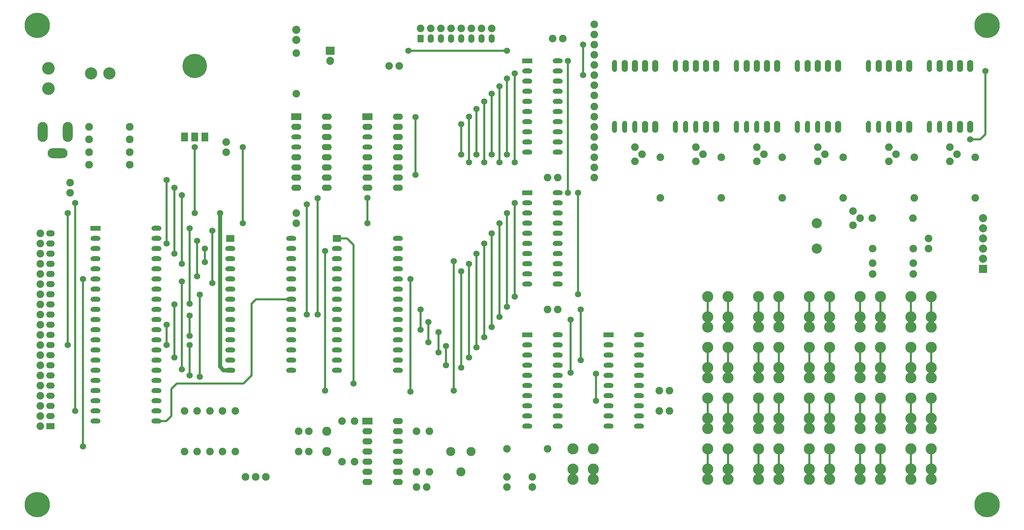
<source format=gtl>
G04 Layer_Physical_Order=1*
G04 Layer_Color=255*
%FSLAX25Y25*%
%MOIN*%
G70*
G01*
G75*
%ADD10C,0.02000*%
%ADD11C,0.04000*%
%ADD12O,0.09800X0.19700*%
%ADD13O,0.19700X0.09800*%
%ADD14C,0.12000*%
%ADD15C,0.07600*%
%ADD16C,0.08000*%
%ADD17R,0.08000X0.08000*%
%ADD18C,0.09000*%
%ADD19O,0.07600X0.08000*%
%ADD20R,0.08500X0.08000*%
%ADD21C,0.12500*%
%ADD22C,0.07500*%
%ADD23C,0.10000*%
%ADD24R,0.10000X0.05000*%
%ADD25O,0.10000X0.05000*%
%ADD26R,0.08000X0.06500*%
%ADD27C,0.25000*%
%ADD28O,0.10000X0.06000*%
%ADD29R,0.10000X0.07000*%
%ADD30R,0.07000X0.09000*%
%ADD31C,0.24000*%
%ADD32R,0.06000X0.07500*%
%ADD33O,0.06000X0.08500*%
%ADD34O,0.08500X0.06000*%
%ADD35R,0.08000X0.06000*%
%ADD36O,0.05000X0.12000*%
%ADD37O,0.06000X0.12000*%
%ADD38C,0.11000*%
%ADD39C,0.06200*%
D10*
X1548500Y762500D02*
X1557500D01*
X1562500Y767500D01*
X746500Y485000D02*
X756000D01*
X766500Y522000D02*
X832000D01*
X844500Y605000D02*
X879000D01*
X924000Y665000D02*
X934000D01*
X666500Y495000D02*
Y700000D01*
X659000Y560000D02*
Y690000D01*
X674000Y460000D02*
Y625000D01*
X764000Y650000D02*
Y715000D01*
Y547500D02*
Y600000D01*
X756500Y660000D02*
Y722500D01*
Y560000D02*
Y580000D01*
X761000Y490000D02*
Y516500D01*
X756000Y485000D02*
X761000Y490000D01*
Y516500D02*
X766500Y522000D01*
X789000Y528500D02*
Y609500D01*
X794000Y641500D02*
Y655000D01*
X786500Y627500D02*
Y662500D01*
X784000Y690000D02*
Y755000D01*
X779000Y530000D02*
Y560000D01*
Y569000D02*
Y589000D01*
X771500Y640000D02*
Y707500D01*
Y536000D02*
Y622500D01*
X831500Y680000D02*
Y755000D01*
X801500Y621000D02*
Y672500D01*
X840000Y530000D02*
Y600500D01*
X832000Y522000D02*
X840000Y530000D01*
Y600500D02*
X844500Y605000D01*
X894500Y590000D02*
Y698500D01*
X912500Y515000D02*
Y652500D01*
X905000Y590000D02*
Y704500D01*
X940500Y522000D02*
Y658500D01*
X954000Y680000D02*
Y705000D01*
X934000Y665000D02*
X940500Y658500D01*
X1014000Y562500D02*
Y582500D01*
X1006500Y575000D02*
Y595000D01*
X1001500Y727500D02*
Y784500D01*
X996500Y514000D02*
Y625000D01*
X1039000Y515000D02*
Y642500D01*
X1046500Y537500D02*
Y632500D01*
Y747500D02*
Y777500D01*
X1054000Y740000D02*
Y785000D01*
Y547500D02*
Y640000D01*
X1031500Y540000D02*
Y559000D01*
X1024000Y552500D02*
Y572500D01*
X1084000Y587500D02*
Y680000D01*
Y740000D02*
Y815000D01*
X1069000Y567500D02*
Y660000D01*
Y740000D02*
Y800000D01*
X1076500Y577500D02*
Y670000D01*
Y747500D02*
Y807500D01*
X1061500Y557500D02*
Y650000D01*
Y747500D02*
Y792500D01*
X1099000Y607500D02*
Y700000D01*
Y740000D02*
Y827500D01*
X1091500Y597500D02*
Y690000D01*
Y747500D02*
Y822500D01*
X1151500Y710000D02*
Y840000D01*
X1164000Y545000D02*
Y595000D01*
X1179000Y505000D02*
Y531500D01*
X1161500Y610000D02*
Y710000D01*
X1154000Y532500D02*
Y585000D01*
X1309000Y587500D02*
Y607500D01*
Y537500D02*
Y557500D01*
Y487500D02*
Y507500D01*
Y437500D02*
Y457500D01*
X1289000Y587500D02*
Y607500D01*
Y537500D02*
Y557500D01*
Y487500D02*
Y507500D01*
Y437500D02*
Y457500D01*
X1339000Y487500D02*
Y507500D01*
Y587500D02*
Y607500D01*
Y537500D02*
Y557500D01*
Y437500D02*
Y457500D01*
X1359000Y487500D02*
Y507500D01*
Y587500D02*
Y607500D01*
Y537500D02*
Y557500D01*
Y437500D02*
Y457500D01*
X1389000Y437500D02*
Y457500D01*
Y487500D02*
Y507500D01*
Y537500D02*
Y557500D01*
Y587500D02*
Y607500D01*
X1439000Y437500D02*
Y457500D01*
Y487500D02*
Y507500D01*
Y537500D02*
Y557500D01*
Y587500D02*
Y607500D01*
X1409000Y437500D02*
Y457500D01*
Y487500D02*
Y507500D01*
Y537500D02*
Y557500D01*
Y587500D02*
Y607500D01*
X1459000Y437500D02*
Y457500D01*
Y487500D02*
Y507500D01*
Y537500D02*
Y557500D01*
Y587500D02*
Y607500D01*
X1489000Y437500D02*
Y457500D01*
Y487500D02*
Y507500D01*
Y537500D02*
Y557500D01*
Y587500D02*
Y607500D01*
X1509000Y437500D02*
Y457500D01*
Y487500D02*
Y507500D01*
Y537500D02*
Y557500D01*
Y587500D02*
Y607500D01*
X779000Y600000D02*
Y600500D01*
Y675000D01*
X1166500Y826000D02*
Y856000D01*
X994500Y850000D02*
X1091500D01*
X1562500Y767500D02*
Y830000D01*
D11*
X809000Y538500D02*
X812500Y535000D01*
X819000D01*
X809000Y538500D02*
Y690000D01*
D12*
X634500Y770000D02*
D03*
X659100D02*
D03*
D13*
X649300Y748800D02*
D03*
D14*
X682000Y827500D02*
D03*
X700000D02*
D03*
D15*
X680000Y750000D02*
D03*
X720000D02*
D03*
Y762500D02*
D03*
X680000D02*
D03*
Y775000D02*
D03*
X720000D02*
D03*
X854000Y430000D02*
D03*
X844000D02*
D03*
X834000D02*
D03*
X720000Y737500D02*
D03*
X680000D02*
D03*
D16*
X1560000Y675000D02*
D03*
Y655000D02*
D03*
Y645000D02*
D03*
Y665000D02*
D03*
Y685000D02*
D03*
X884000Y870500D02*
D03*
Y860500D02*
D03*
D17*
X1560000Y635000D02*
D03*
D18*
X1056000Y455000D02*
D03*
X1036000D02*
D03*
X1046000Y435000D02*
D03*
X914000Y455000D02*
D03*
Y475000D02*
D03*
D19*
X917500Y840000D02*
D03*
D20*
Y850000D02*
D03*
D21*
X640000Y812500D02*
D03*
Y832500D02*
D03*
D22*
X824000Y455000D02*
D03*
Y495000D02*
D03*
X811500Y455000D02*
D03*
Y495000D02*
D03*
X799000Y455000D02*
D03*
Y495000D02*
D03*
X786500Y455000D02*
D03*
Y495000D02*
D03*
X774000Y455000D02*
D03*
Y495000D02*
D03*
X1451500Y630000D02*
D03*
X1491500D02*
D03*
X1002500Y435000D02*
D03*
Y475000D02*
D03*
X1491500Y640500D02*
D03*
X1451500D02*
D03*
X929000Y445000D02*
D03*
Y485000D02*
D03*
X941500Y445000D02*
D03*
Y485000D02*
D03*
X1015000Y435000D02*
D03*
Y475000D02*
D03*
X1131500Y457500D02*
D03*
X1091500D02*
D03*
X1432000Y692000D02*
D03*
Y678000D02*
D03*
X1439000Y685000D02*
D03*
X1451000D02*
D03*
X1491000D02*
D03*
X884000Y847500D02*
D03*
Y807500D02*
D03*
X1177500Y876000D02*
D03*
Y866000D02*
D03*
Y856000D02*
D03*
Y806000D02*
D03*
Y816000D02*
D03*
Y826000D02*
D03*
Y836000D02*
D03*
Y846000D02*
D03*
Y795000D02*
D03*
Y785000D02*
D03*
Y775000D02*
D03*
Y725000D02*
D03*
Y735000D02*
D03*
Y745000D02*
D03*
Y755000D02*
D03*
Y765000D02*
D03*
X1506500Y665000D02*
D03*
Y655000D02*
D03*
X1141500Y725000D02*
D03*
X1131500D02*
D03*
X815000Y760000D02*
D03*
Y750000D02*
D03*
X896500Y455000D02*
D03*
X886500D02*
D03*
Y475000D02*
D03*
X896500D02*
D03*
X1002500Y420000D02*
D03*
X1012500D02*
D03*
X1251500Y515000D02*
D03*
X1241500D02*
D03*
X1141500Y595000D02*
D03*
X1131500D02*
D03*
X884000Y690000D02*
D03*
Y680000D02*
D03*
X1091500Y430000D02*
D03*
Y420000D02*
D03*
X1076500Y872000D02*
D03*
X1066500D02*
D03*
X1056500D02*
D03*
X1046500D02*
D03*
X1036500D02*
D03*
X1026500D02*
D03*
X1016500D02*
D03*
X1006500D02*
D03*
X1241500Y495000D02*
D03*
X1251500D02*
D03*
X1116500Y420000D02*
D03*
Y430000D02*
D03*
X1146500Y862000D02*
D03*
X1136500D02*
D03*
X975500Y835000D02*
D03*
X985500D02*
D03*
X661500Y720000D02*
D03*
Y710000D02*
D03*
X632000Y670000D02*
D03*
Y660000D02*
D03*
Y650000D02*
D03*
Y640000D02*
D03*
Y630000D02*
D03*
Y620000D02*
D03*
Y610000D02*
D03*
Y600000D02*
D03*
Y590000D02*
D03*
Y580000D02*
D03*
Y570000D02*
D03*
Y560000D02*
D03*
Y550000D02*
D03*
Y540000D02*
D03*
Y530000D02*
D03*
Y520000D02*
D03*
Y510000D02*
D03*
Y500000D02*
D03*
Y490000D02*
D03*
Y480000D02*
D03*
X1451500Y655000D02*
D03*
X1491500D02*
D03*
X1552500Y705000D02*
D03*
Y745000D02*
D03*
X1534500Y748000D02*
D03*
X1527500Y741000D02*
D03*
Y755000D02*
D03*
X1492500Y745000D02*
D03*
Y705000D02*
D03*
X1467500Y755000D02*
D03*
Y741000D02*
D03*
X1474500Y748000D02*
D03*
X1422500Y745000D02*
D03*
Y705000D02*
D03*
X1404500Y748000D02*
D03*
X1397500Y741000D02*
D03*
Y755000D02*
D03*
X1362500Y745000D02*
D03*
Y705000D02*
D03*
X1337500Y755000D02*
D03*
Y741000D02*
D03*
X1344500Y748000D02*
D03*
X1302500Y745000D02*
D03*
Y705000D02*
D03*
X1284500Y748000D02*
D03*
X1277500Y741000D02*
D03*
Y755000D02*
D03*
X1242500Y745000D02*
D03*
Y705000D02*
D03*
X1217500Y755000D02*
D03*
Y741000D02*
D03*
X1224500Y748000D02*
D03*
D23*
X1396500Y680000D02*
D03*
Y655000D02*
D03*
D24*
X686500Y675000D02*
D03*
X1191500Y570000D02*
D03*
X1111500D02*
D03*
Y710000D02*
D03*
Y840000D02*
D03*
D25*
X686500Y665000D02*
D03*
Y655000D02*
D03*
Y645000D02*
D03*
Y635000D02*
D03*
Y625000D02*
D03*
Y615000D02*
D03*
Y605000D02*
D03*
Y595000D02*
D03*
Y585000D02*
D03*
Y575000D02*
D03*
Y565000D02*
D03*
Y555000D02*
D03*
Y545000D02*
D03*
Y535000D02*
D03*
Y525000D02*
D03*
Y515000D02*
D03*
Y505000D02*
D03*
Y495000D02*
D03*
Y485000D02*
D03*
X746500D02*
D03*
Y495000D02*
D03*
Y505000D02*
D03*
Y515000D02*
D03*
Y525000D02*
D03*
Y535000D02*
D03*
Y545000D02*
D03*
Y555000D02*
D03*
Y565000D02*
D03*
Y575000D02*
D03*
Y585000D02*
D03*
Y595000D02*
D03*
Y605000D02*
D03*
Y615000D02*
D03*
Y625000D02*
D03*
Y635000D02*
D03*
Y645000D02*
D03*
Y655000D02*
D03*
Y665000D02*
D03*
Y675000D02*
D03*
X924000Y655000D02*
D03*
Y645000D02*
D03*
Y635000D02*
D03*
Y625000D02*
D03*
Y615000D02*
D03*
Y605000D02*
D03*
Y595000D02*
D03*
Y585000D02*
D03*
Y575000D02*
D03*
Y565000D02*
D03*
Y555000D02*
D03*
Y545000D02*
D03*
Y535000D02*
D03*
X984000D02*
D03*
Y545000D02*
D03*
Y555000D02*
D03*
Y565000D02*
D03*
Y575000D02*
D03*
Y585000D02*
D03*
Y595000D02*
D03*
Y605000D02*
D03*
Y615000D02*
D03*
Y625000D02*
D03*
Y635000D02*
D03*
Y645000D02*
D03*
Y655000D02*
D03*
Y665000D02*
D03*
X879000D02*
D03*
Y655000D02*
D03*
Y645000D02*
D03*
Y635000D02*
D03*
Y625000D02*
D03*
Y615000D02*
D03*
Y605000D02*
D03*
Y595000D02*
D03*
Y585000D02*
D03*
Y575000D02*
D03*
Y565000D02*
D03*
Y555000D02*
D03*
Y545000D02*
D03*
Y535000D02*
D03*
X819000D02*
D03*
Y545000D02*
D03*
Y555000D02*
D03*
Y565000D02*
D03*
Y575000D02*
D03*
Y585000D02*
D03*
Y595000D02*
D03*
Y605000D02*
D03*
Y615000D02*
D03*
Y625000D02*
D03*
Y635000D02*
D03*
Y645000D02*
D03*
Y655000D02*
D03*
X1191500Y560000D02*
D03*
Y550000D02*
D03*
Y540000D02*
D03*
Y530000D02*
D03*
Y520000D02*
D03*
Y510000D02*
D03*
Y500000D02*
D03*
Y490000D02*
D03*
Y480000D02*
D03*
X1221500D02*
D03*
Y490000D02*
D03*
Y500000D02*
D03*
Y510000D02*
D03*
Y520000D02*
D03*
Y530000D02*
D03*
Y540000D02*
D03*
Y550000D02*
D03*
Y560000D02*
D03*
Y570000D02*
D03*
X1111500Y560000D02*
D03*
Y550000D02*
D03*
Y540000D02*
D03*
Y530000D02*
D03*
Y520000D02*
D03*
Y510000D02*
D03*
Y500000D02*
D03*
Y490000D02*
D03*
Y480000D02*
D03*
X1141500D02*
D03*
Y490000D02*
D03*
Y500000D02*
D03*
Y510000D02*
D03*
Y520000D02*
D03*
Y530000D02*
D03*
Y540000D02*
D03*
Y550000D02*
D03*
Y560000D02*
D03*
Y570000D02*
D03*
X1111500Y700000D02*
D03*
Y690000D02*
D03*
Y680000D02*
D03*
Y670000D02*
D03*
Y660000D02*
D03*
Y650000D02*
D03*
Y640000D02*
D03*
Y630000D02*
D03*
Y620000D02*
D03*
X1141500D02*
D03*
Y630000D02*
D03*
Y640000D02*
D03*
Y650000D02*
D03*
Y660000D02*
D03*
Y670000D02*
D03*
Y680000D02*
D03*
Y690000D02*
D03*
Y700000D02*
D03*
Y710000D02*
D03*
X1111500Y830000D02*
D03*
Y820000D02*
D03*
Y810000D02*
D03*
Y800000D02*
D03*
Y790000D02*
D03*
Y780000D02*
D03*
Y770000D02*
D03*
Y760000D02*
D03*
Y750000D02*
D03*
X1141500D02*
D03*
Y760000D02*
D03*
Y770000D02*
D03*
Y780000D02*
D03*
Y790000D02*
D03*
Y800000D02*
D03*
Y810000D02*
D03*
Y820000D02*
D03*
Y830000D02*
D03*
Y840000D02*
D03*
X984000Y465000D02*
D03*
Y455000D02*
D03*
X884000Y755000D02*
D03*
Y765000D02*
D03*
X954000Y755000D02*
D03*
Y765000D02*
D03*
D26*
X924000Y665000D02*
D03*
X819000D02*
D03*
D27*
X629000Y402500D02*
D03*
Y875000D02*
D03*
X1564000D02*
D03*
Y402500D02*
D03*
D28*
X984000Y485000D02*
D03*
Y475000D02*
D03*
Y445000D02*
D03*
Y435000D02*
D03*
Y425000D02*
D03*
X954000D02*
D03*
Y435000D02*
D03*
Y445000D02*
D03*
Y455000D02*
D03*
Y465000D02*
D03*
Y475000D02*
D03*
X914000Y785000D02*
D03*
Y775000D02*
D03*
Y765000D02*
D03*
Y755000D02*
D03*
Y745000D02*
D03*
Y735000D02*
D03*
Y725000D02*
D03*
Y715000D02*
D03*
X884000D02*
D03*
Y725000D02*
D03*
Y735000D02*
D03*
Y745000D02*
D03*
Y775000D02*
D03*
X984000Y785000D02*
D03*
Y775000D02*
D03*
Y765000D02*
D03*
Y755000D02*
D03*
Y745000D02*
D03*
Y735000D02*
D03*
Y725000D02*
D03*
Y715000D02*
D03*
X954000D02*
D03*
Y725000D02*
D03*
Y735000D02*
D03*
Y745000D02*
D03*
Y775000D02*
D03*
D29*
Y485000D02*
D03*
X884000Y785000D02*
D03*
X954000D02*
D03*
D30*
X774000Y765000D02*
D03*
X784000D02*
D03*
X794000D02*
D03*
D31*
X784000Y835000D02*
D03*
D32*
X1006500Y862000D02*
D03*
D33*
X1076500D02*
D03*
X1066500D02*
D03*
X1056500D02*
D03*
X1046500D02*
D03*
X1036500D02*
D03*
X1026500D02*
D03*
X1016500D02*
D03*
D34*
X642000Y670000D02*
D03*
Y660000D02*
D03*
Y650000D02*
D03*
Y640000D02*
D03*
Y630000D02*
D03*
Y620000D02*
D03*
Y610000D02*
D03*
Y600000D02*
D03*
Y590000D02*
D03*
Y580000D02*
D03*
Y570000D02*
D03*
Y560000D02*
D03*
Y550000D02*
D03*
Y540000D02*
D03*
Y530000D02*
D03*
Y520000D02*
D03*
Y510000D02*
D03*
Y500000D02*
D03*
Y490000D02*
D03*
D35*
Y480000D02*
D03*
D36*
X1197500Y835000D02*
D03*
X1217500Y775000D02*
D03*
X1207500D02*
D03*
X1197500D02*
D03*
X1257500D02*
D03*
X1267500D02*
D03*
X1277500D02*
D03*
X1257500Y835000D02*
D03*
X1317500D02*
D03*
X1337500Y775000D02*
D03*
X1327500D02*
D03*
X1317500D02*
D03*
X1377500D02*
D03*
X1387500D02*
D03*
X1397500D02*
D03*
X1377500Y835000D02*
D03*
X1447500D02*
D03*
X1467500Y775000D02*
D03*
X1457500D02*
D03*
X1447500D02*
D03*
X1507500D02*
D03*
X1517500D02*
D03*
X1527500D02*
D03*
X1507500Y835000D02*
D03*
D37*
X1207500D02*
D03*
X1217500D02*
D03*
X1227500D02*
D03*
X1237500D02*
D03*
Y775000D02*
D03*
X1227500D02*
D03*
X1287500D02*
D03*
X1297500D02*
D03*
Y835000D02*
D03*
X1287500D02*
D03*
X1277500D02*
D03*
X1267500D02*
D03*
X1327500D02*
D03*
X1337500D02*
D03*
X1347500D02*
D03*
X1357500D02*
D03*
Y775000D02*
D03*
X1347500D02*
D03*
X1407500D02*
D03*
X1417500D02*
D03*
Y835000D02*
D03*
X1407500D02*
D03*
X1397500D02*
D03*
X1387500D02*
D03*
X1457500D02*
D03*
X1467500D02*
D03*
X1477500D02*
D03*
X1487500D02*
D03*
Y775000D02*
D03*
X1477500D02*
D03*
X1537500D02*
D03*
X1547500D02*
D03*
Y835000D02*
D03*
X1537500D02*
D03*
X1527500D02*
D03*
X1517500D02*
D03*
D38*
X1289000Y587500D02*
D03*
X1309000D02*
D03*
Y607500D02*
D03*
X1289000D02*
D03*
Y577500D02*
D03*
X1309000D02*
D03*
X1359000D02*
D03*
X1339000D02*
D03*
Y607500D02*
D03*
X1359000D02*
D03*
Y587500D02*
D03*
X1339000D02*
D03*
X1389000D02*
D03*
X1409000D02*
D03*
Y607500D02*
D03*
X1389000D02*
D03*
Y577500D02*
D03*
X1409000D02*
D03*
X1459000D02*
D03*
X1439000D02*
D03*
Y607500D02*
D03*
X1459000D02*
D03*
Y587500D02*
D03*
X1439000D02*
D03*
X1489000D02*
D03*
X1509000D02*
D03*
Y607500D02*
D03*
X1489000D02*
D03*
Y577500D02*
D03*
X1509000D02*
D03*
X1309000Y527500D02*
D03*
X1289000D02*
D03*
Y557500D02*
D03*
X1309000D02*
D03*
Y537500D02*
D03*
X1289000D02*
D03*
X1339000D02*
D03*
X1359000D02*
D03*
Y557500D02*
D03*
X1339000D02*
D03*
Y527500D02*
D03*
X1359000D02*
D03*
X1409000D02*
D03*
X1389000D02*
D03*
Y557500D02*
D03*
X1409000D02*
D03*
Y537500D02*
D03*
X1389000D02*
D03*
X1439000D02*
D03*
X1459000D02*
D03*
Y557500D02*
D03*
X1439000D02*
D03*
Y527500D02*
D03*
X1459000D02*
D03*
X1509000D02*
D03*
X1489000D02*
D03*
Y557500D02*
D03*
X1509000D02*
D03*
Y537500D02*
D03*
X1489000D02*
D03*
X1289000Y487500D02*
D03*
X1309000D02*
D03*
Y507500D02*
D03*
X1289000D02*
D03*
Y477500D02*
D03*
X1309000D02*
D03*
X1359000D02*
D03*
X1339000D02*
D03*
Y507500D02*
D03*
X1359000D02*
D03*
Y487500D02*
D03*
X1339000D02*
D03*
X1389000D02*
D03*
X1409000D02*
D03*
Y507500D02*
D03*
X1389000D02*
D03*
Y477500D02*
D03*
X1409000D02*
D03*
X1459000D02*
D03*
X1439000D02*
D03*
Y507500D02*
D03*
X1459000D02*
D03*
Y487500D02*
D03*
X1439000D02*
D03*
X1489000D02*
D03*
X1509000D02*
D03*
Y507500D02*
D03*
X1489000D02*
D03*
Y477500D02*
D03*
X1509000D02*
D03*
X1309000Y427500D02*
D03*
X1289000D02*
D03*
Y457500D02*
D03*
X1309000D02*
D03*
Y437500D02*
D03*
X1289000D02*
D03*
X1339000D02*
D03*
X1359000D02*
D03*
Y457500D02*
D03*
X1339000D02*
D03*
Y427500D02*
D03*
X1359000D02*
D03*
X1409000D02*
D03*
X1389000D02*
D03*
Y457500D02*
D03*
X1409000D02*
D03*
Y437500D02*
D03*
X1389000D02*
D03*
X1439000D02*
D03*
X1459000D02*
D03*
Y457500D02*
D03*
X1439000D02*
D03*
Y427500D02*
D03*
X1459000D02*
D03*
X1509000D02*
D03*
X1489000D02*
D03*
Y457500D02*
D03*
X1509000D02*
D03*
Y437500D02*
D03*
X1489000D02*
D03*
X1176500Y427500D02*
D03*
X1156500D02*
D03*
Y457500D02*
D03*
X1176500D02*
D03*
Y437500D02*
D03*
X1156500D02*
D03*
D39*
X1547500Y762500D02*
D03*
X666500Y700000D02*
D03*
Y495000D02*
D03*
X659000Y560000D02*
D03*
Y690000D02*
D03*
X674000Y625000D02*
D03*
Y460000D02*
D03*
X764000Y715000D02*
D03*
Y650000D02*
D03*
Y600000D02*
D03*
Y547500D02*
D03*
X756500Y722500D02*
D03*
Y660000D02*
D03*
Y580000D02*
D03*
Y560000D02*
D03*
X789000Y609500D02*
D03*
Y528500D02*
D03*
X794000Y641500D02*
D03*
Y655000D02*
D03*
X786500Y662500D02*
D03*
Y627500D02*
D03*
X784000Y690000D02*
D03*
Y755000D02*
D03*
X779000Y675000D02*
D03*
Y600500D02*
D03*
Y560000D02*
D03*
Y530000D02*
D03*
Y589000D02*
D03*
Y569000D02*
D03*
X771500Y707500D02*
D03*
Y640000D02*
D03*
Y622500D02*
D03*
Y536000D02*
D03*
X831500Y755000D02*
D03*
Y680000D02*
D03*
X809000Y690000D02*
D03*
X801500Y672500D02*
D03*
Y621000D02*
D03*
X894500Y590000D02*
D03*
Y698500D02*
D03*
X912500Y515000D02*
D03*
Y652500D02*
D03*
X905000Y590000D02*
D03*
Y704500D02*
D03*
X940500Y522000D02*
D03*
X954000Y680000D02*
D03*
Y705000D02*
D03*
X1014000Y582500D02*
D03*
Y562500D02*
D03*
X1006500Y575000D02*
D03*
Y595000D02*
D03*
X1001500Y727500D02*
D03*
Y784500D02*
D03*
X996500Y625000D02*
D03*
Y514000D02*
D03*
X1039000Y515000D02*
D03*
Y642500D02*
D03*
X1046500Y537500D02*
D03*
Y632500D02*
D03*
Y777500D02*
D03*
Y747500D02*
D03*
X1054000Y785000D02*
D03*
Y740000D02*
D03*
Y547500D02*
D03*
Y640000D02*
D03*
X1031500Y540000D02*
D03*
Y559000D02*
D03*
X1024000Y572500D02*
D03*
Y552500D02*
D03*
X1084000Y815000D02*
D03*
Y587500D02*
D03*
Y680000D02*
D03*
Y740000D02*
D03*
X1069000Y567500D02*
D03*
Y660000D02*
D03*
Y740000D02*
D03*
Y800000D02*
D03*
X1076500Y807500D02*
D03*
Y577500D02*
D03*
Y670000D02*
D03*
Y747500D02*
D03*
X1061500Y557500D02*
D03*
Y650000D02*
D03*
Y747500D02*
D03*
Y792500D02*
D03*
X1099000Y607500D02*
D03*
Y700000D02*
D03*
Y740000D02*
D03*
Y827500D02*
D03*
X1091500Y850000D02*
D03*
Y597500D02*
D03*
Y690000D02*
D03*
Y747500D02*
D03*
Y822500D02*
D03*
X1151500Y710000D02*
D03*
Y840000D02*
D03*
X1164000Y595000D02*
D03*
Y545000D02*
D03*
X1179000Y505000D02*
D03*
Y531500D02*
D03*
X1161500Y710000D02*
D03*
Y610000D02*
D03*
X1154000Y585000D02*
D03*
Y532500D02*
D03*
X1166500Y826000D02*
D03*
Y856000D02*
D03*
X994500Y850000D02*
D03*
X1562500Y830000D02*
D03*
M02*

</source>
